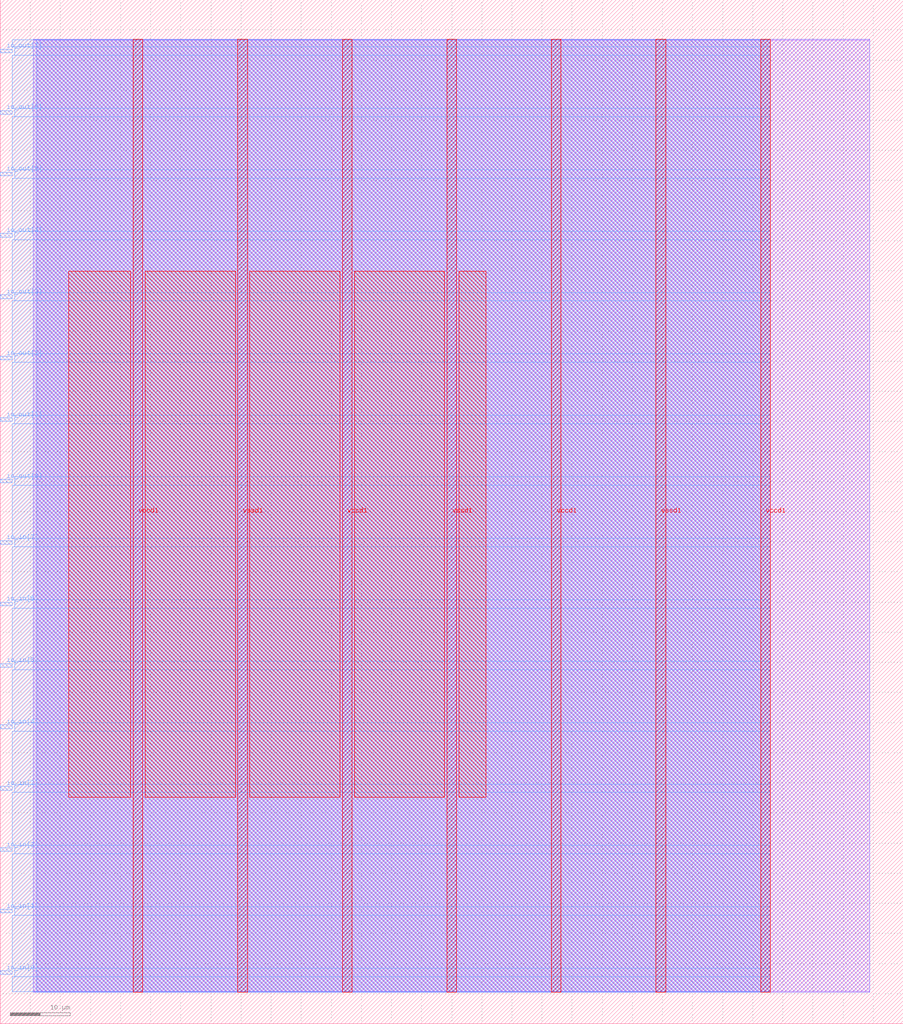
<source format=lef>
VERSION 5.7 ;
  NOWIREEXTENSIONATPIN ON ;
  DIVIDERCHAR "/" ;
  BUSBITCHARS "[]" ;
MACRO user_module_347144898258928211
  CLASS BLOCK ;
  FOREIGN user_module_347144898258928211 ;
  ORIGIN 0.000 0.000 ;
  SIZE 150.000 BY 170.000 ;
  PIN io_in[0]
    DIRECTION INPUT ;
    USE SIGNAL ;
    PORT
      LAYER met3 ;
        RECT 0.000 8.200 2.000 8.800 ;
    END
  END io_in[0]
  PIN io_in[1]
    DIRECTION INPUT ;
    USE SIGNAL ;
    PORT
      LAYER met3 ;
        RECT 0.000 18.400 2.000 19.000 ;
    END
  END io_in[1]
  PIN io_in[2]
    DIRECTION INPUT ;
    USE SIGNAL ;
    PORT
      LAYER met3 ;
        RECT 0.000 28.600 2.000 29.200 ;
    END
  END io_in[2]
  PIN io_in[3]
    DIRECTION INPUT ;
    USE SIGNAL ;
    PORT
      LAYER met3 ;
        RECT 0.000 38.800 2.000 39.400 ;
    END
  END io_in[3]
  PIN io_in[4]
    DIRECTION INPUT ;
    USE SIGNAL ;
    PORT
      LAYER met3 ;
        RECT 0.000 49.000 2.000 49.600 ;
    END
  END io_in[4]
  PIN io_in[5]
    DIRECTION INPUT ;
    USE SIGNAL ;
    PORT
      LAYER met3 ;
        RECT 0.000 59.200 2.000 59.800 ;
    END
  END io_in[5]
  PIN io_in[6]
    DIRECTION INPUT ;
    USE SIGNAL ;
    PORT
      LAYER met3 ;
        RECT 0.000 69.400 2.000 70.000 ;
    END
  END io_in[6]
  PIN io_in[7]
    DIRECTION INPUT ;
    USE SIGNAL ;
    PORT
      LAYER met3 ;
        RECT 0.000 79.600 2.000 80.200 ;
    END
  END io_in[7]
  PIN io_out[0]
    DIRECTION OUTPUT TRISTATE ;
    USE SIGNAL ;
    PORT
      LAYER met3 ;
        RECT 0.000 89.800 2.000 90.400 ;
    END
  END io_out[0]
  PIN io_out[1]
    DIRECTION OUTPUT TRISTATE ;
    USE SIGNAL ;
    PORT
      LAYER met3 ;
        RECT 0.000 100.000 2.000 100.600 ;
    END
  END io_out[1]
  PIN io_out[2]
    DIRECTION OUTPUT TRISTATE ;
    USE SIGNAL ;
    PORT
      LAYER met3 ;
        RECT 0.000 110.200 2.000 110.800 ;
    END
  END io_out[2]
  PIN io_out[3]
    DIRECTION OUTPUT TRISTATE ;
    USE SIGNAL ;
    PORT
      LAYER met3 ;
        RECT 0.000 120.400 2.000 121.000 ;
    END
  END io_out[3]
  PIN io_out[4]
    DIRECTION OUTPUT TRISTATE ;
    USE SIGNAL ;
    PORT
      LAYER met3 ;
        RECT 0.000 130.600 2.000 131.200 ;
    END
  END io_out[4]
  PIN io_out[5]
    DIRECTION OUTPUT TRISTATE ;
    USE SIGNAL ;
    PORT
      LAYER met3 ;
        RECT 0.000 140.800 2.000 141.400 ;
    END
  END io_out[5]
  PIN io_out[6]
    DIRECTION OUTPUT TRISTATE ;
    USE SIGNAL ;
    PORT
      LAYER met3 ;
        RECT 0.000 151.000 2.000 151.600 ;
    END
  END io_out[6]
  PIN io_out[7]
    DIRECTION OUTPUT TRISTATE ;
    USE SIGNAL ;
    PORT
      LAYER met3 ;
        RECT 0.000 161.200 2.000 161.800 ;
    END
  END io_out[7]
  PIN vccd1
    DIRECTION INOUT ;
    USE POWER ;
    PORT
      LAYER met4 ;
        RECT 22.090 5.200 23.690 163.440 ;
    END
    PORT
      LAYER met4 ;
        RECT 56.830 5.200 58.430 163.440 ;
    END
    PORT
      LAYER met4 ;
        RECT 91.570 5.200 93.170 163.440 ;
    END
    PORT
      LAYER met4 ;
        RECT 126.310 5.200 127.910 163.440 ;
    END
  END vccd1
  PIN vssd1
    DIRECTION INOUT ;
    USE GROUND ;
    PORT
      LAYER met4 ;
        RECT 39.460 5.200 41.060 163.440 ;
    END
    PORT
      LAYER met4 ;
        RECT 74.200 5.200 75.800 163.440 ;
    END
    PORT
      LAYER met4 ;
        RECT 108.940 5.200 110.540 163.440 ;
    END
  END vssd1
  OBS
      LAYER li1 ;
        RECT 5.520 5.355 144.440 163.285 ;
      LAYER met1 ;
        RECT 5.520 5.200 144.440 163.440 ;
      LAYER met2 ;
        RECT 6.080 5.255 127.880 163.385 ;
      LAYER met3 ;
        RECT 2.000 162.200 127.900 163.365 ;
        RECT 2.400 160.800 127.900 162.200 ;
        RECT 2.000 152.000 127.900 160.800 ;
        RECT 2.400 150.600 127.900 152.000 ;
        RECT 2.000 141.800 127.900 150.600 ;
        RECT 2.400 140.400 127.900 141.800 ;
        RECT 2.000 131.600 127.900 140.400 ;
        RECT 2.400 130.200 127.900 131.600 ;
        RECT 2.000 121.400 127.900 130.200 ;
        RECT 2.400 120.000 127.900 121.400 ;
        RECT 2.000 111.200 127.900 120.000 ;
        RECT 2.400 109.800 127.900 111.200 ;
        RECT 2.000 101.000 127.900 109.800 ;
        RECT 2.400 99.600 127.900 101.000 ;
        RECT 2.000 90.800 127.900 99.600 ;
        RECT 2.400 89.400 127.900 90.800 ;
        RECT 2.000 80.600 127.900 89.400 ;
        RECT 2.400 79.200 127.900 80.600 ;
        RECT 2.000 70.400 127.900 79.200 ;
        RECT 2.400 69.000 127.900 70.400 ;
        RECT 2.000 60.200 127.900 69.000 ;
        RECT 2.400 58.800 127.900 60.200 ;
        RECT 2.000 50.000 127.900 58.800 ;
        RECT 2.400 48.600 127.900 50.000 ;
        RECT 2.000 39.800 127.900 48.600 ;
        RECT 2.400 38.400 127.900 39.800 ;
        RECT 2.000 29.600 127.900 38.400 ;
        RECT 2.400 28.200 127.900 29.600 ;
        RECT 2.000 19.400 127.900 28.200 ;
        RECT 2.400 18.000 127.900 19.400 ;
        RECT 2.000 9.200 127.900 18.000 ;
        RECT 2.400 7.800 127.900 9.200 ;
        RECT 2.000 5.275 127.900 7.800 ;
      LAYER met4 ;
        RECT 11.335 37.575 21.690 124.945 ;
        RECT 24.090 37.575 39.060 124.945 ;
        RECT 41.460 37.575 56.430 124.945 ;
        RECT 58.830 37.575 73.800 124.945 ;
        RECT 76.200 37.575 80.665 124.945 ;
  END
END user_module_347144898258928211
END LIBRARY


</source>
